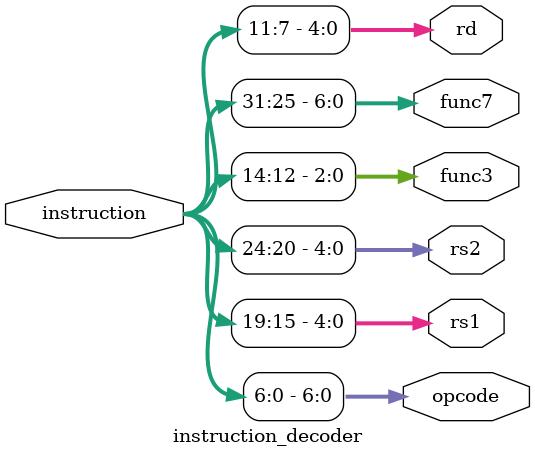
<source format=v>
module instruction_decoder(
    input [31:0] instruction, //32 bit instruction
    output reg [6:0]opcode, //7bit opcode
    output reg [4:0] rs1, rs2, // source register
    output reg [2:0] func3,
    output reg[6:0] func7,
    output reg[4:0] rd //destination register
);

assign opcode = instruction[6:0];
assign rs1 = instruction[19:15];
assign rs2 = instruction [24:20];
assign func3 = instruction[14:12];
assign func7 = instruction [31:25];
assign rd = instruction[11:7];

endmodule

</source>
